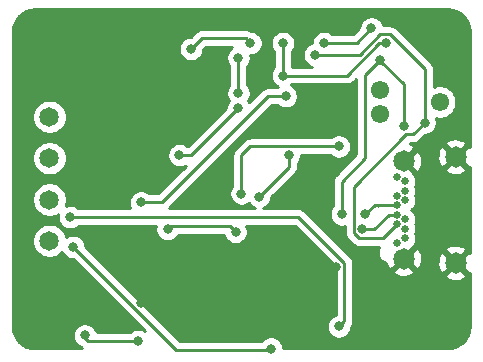
<source format=gbr>
%TF.GenerationSoftware,KiCad,Pcbnew,(5.1.10)-1*%
%TF.CreationDate,2021-09-16T11:14:36+02:00*%
%TF.ProjectId,ThermoDeviceLogger,54686572-6d6f-4446-9576-6963654c6f67,rev?*%
%TF.SameCoordinates,Original*%
%TF.FileFunction,Copper,L2,Bot*%
%TF.FilePolarity,Positive*%
%FSLAX46Y46*%
G04 Gerber Fmt 4.6, Leading zero omitted, Abs format (unit mm)*
G04 Created by KiCad (PCBNEW (5.1.10)-1) date 2021-09-16 11:14:36*
%MOMM*%
%LPD*%
G01*
G04 APERTURE LIST*
%TA.AperFunction,ComponentPad*%
%ADD10C,1.650000*%
%TD*%
%TA.AperFunction,ComponentPad*%
%ADD11C,1.550000*%
%TD*%
%TA.AperFunction,ComponentPad*%
%ADD12C,1.815000*%
%TD*%
%TA.AperFunction,ComponentPad*%
%ADD13C,0.650000*%
%TD*%
%TA.AperFunction,ViaPad*%
%ADD14C,3.750000*%
%TD*%
%TA.AperFunction,ViaPad*%
%ADD15C,0.800000*%
%TD*%
%TA.AperFunction,Conductor*%
%ADD16C,0.250000*%
%TD*%
%TA.AperFunction,Conductor*%
%ADD17C,0.254000*%
%TD*%
%TA.AperFunction,Conductor*%
%ADD18C,0.100000*%
%TD*%
G04 APERTURE END LIST*
D10*
%TO.P,J3,4*%
%TO.N,/ThermoCouple Modules/T-tcm2*%
X88750000Y-72750000D03*
%TO.P,J3,3*%
%TO.N,/ThermoCouple Modules/T+tcm2*%
X88750000Y-69250000D03*
%TO.P,J3,2*%
%TO.N,/ThermoCouple Modules/T-tcm1*%
X88750000Y-65750000D03*
%TO.P,J3,1*%
%TO.N,/ThermoCouple Modules/T+tcm1*%
X88750000Y-62250000D03*
%TD*%
D11*
%TO.P,J2,9*%
%TO.N,N/C*%
X116710000Y-59984000D03*
%TO.P,J2,8*%
X116710000Y-62016000D03*
%TO.P,J2,7*%
X121790000Y-61000000D03*
%TD*%
D12*
%TO.P,J1,MH4*%
%TO.N,GND*%
X118750000Y-65990000D03*
%TO.P,J1,MH3*%
X123140000Y-65630000D03*
%TO.P,J1,MH2*%
X123140000Y-74610000D03*
%TO.P,J1,MH1*%
X118750000Y-74250000D03*
D13*
%TO.P,J1,B12*%
%TO.N,Net-(J1-PadB12)*%
X118150000Y-72920000D03*
%TO.P,J1,B11*%
%TO.N,Net-(J1-PadB11)*%
X118850000Y-72520000D03*
%TO.P,J1,B10*%
%TO.N,Net-(J1-PadB10)*%
X118850000Y-71720000D03*
%TO.P,J1,B9*%
%TO.N,+5V*%
X118150000Y-71320000D03*
%TO.P,J1,B8*%
%TO.N,Net-(J1-PadB8)*%
X118850000Y-70920000D03*
%TO.P,J1,B7*%
%TO.N,/PGC*%
X118150000Y-70520000D03*
%TO.P,J1,B6*%
%TO.N,/PGD*%
X118150000Y-69720000D03*
%TO.P,J1,B5*%
%TO.N,Net-(J1-PadB5)*%
X118850000Y-69320000D03*
%TO.P,J1,B4*%
%TO.N,Net-(J1-PadB4)*%
X118150000Y-68920000D03*
%TO.P,J1,B3*%
%TO.N,Net-(J1-PadB3)*%
X118850000Y-68520000D03*
%TO.P,J1,B2*%
%TO.N,Net-(J1-PadB2)*%
X118850000Y-67720000D03*
%TO.P,J1,B1*%
%TO.N,GND*%
X118150000Y-67320000D03*
%TD*%
D14*
%TO.N,GND*%
X122000000Y-55500000D03*
X122000000Y-79500000D03*
X88000000Y-79500000D03*
X88000000Y-55500000D03*
D15*
X96512653Y-77987347D03*
X101500000Y-76250000D03*
X105500000Y-76500000D03*
X113000000Y-75000000D03*
X94500000Y-79000000D03*
%TO.N,+5V*%
X120520000Y-62730000D03*
X111250000Y-57000000D03*
X105750000Y-56000000D03*
X100750000Y-56500000D03*
%TO.N,Net-(C4-Pad2)*%
X112000000Y-56000000D03*
X116000000Y-54750000D03*
%TO.N,/Cyrstal1*%
X104750000Y-57250000D03*
X104750000Y-60250000D03*
%TO.N,/CS_1*%
X108750000Y-60500000D03*
X96500000Y-69500000D03*
%TO.N,/CS_2*%
X109000000Y-65500000D03*
X106500000Y-69000000D03*
%TO.N,/SCK*%
X105000000Y-68750000D03*
X113250000Y-64750000D03*
%TO.N,/ThermoCouple Modules/T+tcm2*%
X90500000Y-70750000D03*
X113250000Y-80000000D03*
%TO.N,/ThermoCouple Modules/T-tcm2*%
X90750000Y-73250000D03*
X107500000Y-81875000D03*
%TO.N,/MISO*%
X104500000Y-72000000D03*
X98750000Y-71750000D03*
%TO.N,/PGC*%
X115250000Y-71750000D03*
%TO.N,/PGD*%
X118750000Y-63000000D03*
X116767415Y-57459836D03*
X115500000Y-70500000D03*
X113500000Y-70500000D03*
%TO.N,/MCLR*%
X117250000Y-56000000D03*
X108500000Y-58750000D03*
X108500000Y-56000000D03*
%TO.N,/ThermoCouple Modules/T-tcm1*%
X96250000Y-81250000D03*
X91750000Y-80750000D03*
%TO.N,Net-(R2-Pad1)*%
X104750000Y-61500000D03*
X99750000Y-65500000D03*
%TD*%
D16*
%TO.N,GND*%
X96512653Y-77987347D02*
X98250000Y-76250000D01*
X98250000Y-76250000D02*
X101500000Y-76250000D01*
X101500000Y-76250000D02*
X105250000Y-76250000D01*
X105250000Y-76250000D02*
X105500000Y-76500000D01*
X105500000Y-76500000D02*
X106500000Y-76500000D01*
X106500000Y-76500000D02*
X108000000Y-75000000D01*
X108000000Y-75000000D02*
X108750000Y-75000000D01*
X108750000Y-75000000D02*
X113000000Y-75000000D01*
X88000000Y-79500000D02*
X94000000Y-79500000D01*
X94000000Y-79500000D02*
X94500000Y-79000000D01*
%TO.N,+5V*%
X117598001Y-55274999D02*
X116725001Y-55274999D01*
X120520000Y-58196998D02*
X117598001Y-55274999D01*
X120520000Y-62730000D02*
X120520000Y-58196998D01*
X116725001Y-55274999D02*
X115000000Y-57000000D01*
X115000000Y-57000000D02*
X111250000Y-57000000D01*
X105350001Y-55600001D02*
X101649999Y-55600001D01*
X105750000Y-56000000D02*
X105350001Y-55600001D01*
X101649999Y-55600001D02*
X100750000Y-56500000D01*
X119524999Y-63725001D02*
X120520000Y-62730000D01*
X114524999Y-68162999D02*
X118962997Y-63725001D01*
X118962997Y-63725001D02*
X119524999Y-63725001D01*
X114524999Y-72098001D02*
X114524999Y-68162999D01*
X114926998Y-72500000D02*
X114524999Y-72098001D01*
X116970000Y-72500000D02*
X114926998Y-72500000D01*
X118150000Y-71320000D02*
X116970000Y-72500000D01*
%TO.N,Net-(C4-Pad2)*%
X112000000Y-56000000D02*
X114500000Y-56000000D01*
X114750000Y-56000000D02*
X116000000Y-54750000D01*
X114500000Y-56000000D02*
X114750000Y-56000000D01*
%TO.N,/Cyrstal1*%
X104750000Y-57250000D02*
X104750000Y-60250000D01*
%TO.N,/CS_1*%
X108750000Y-60500000D02*
X107250000Y-60500000D01*
X107250000Y-60500000D02*
X98250000Y-69500000D01*
X98250000Y-69500000D02*
X96500000Y-69500000D01*
%TO.N,/CS_2*%
X109000000Y-65500000D02*
X109000000Y-66500000D01*
X109000000Y-66500000D02*
X106500000Y-69000000D01*
%TO.N,/SCK*%
X105000000Y-68750000D02*
X105000000Y-65500000D01*
X105000000Y-65500000D02*
X105250000Y-65250000D01*
X105250000Y-65250000D02*
X105750000Y-64750000D01*
X105750000Y-64750000D02*
X113250000Y-64750000D01*
%TO.N,/ThermoCouple Modules/T+tcm2*%
X113725001Y-79524999D02*
X113250000Y-80000000D01*
X113725001Y-74651999D02*
X113725001Y-79524999D01*
X109823002Y-70750000D02*
X113725001Y-74651999D01*
X90500000Y-70750000D02*
X109823002Y-70750000D01*
%TO.N,/ThermoCouple Modules/T-tcm2*%
X90750000Y-73250000D02*
X99500000Y-82000000D01*
X107375000Y-82000000D02*
X107500000Y-81875000D01*
X99500000Y-82000000D02*
X107375000Y-82000000D01*
%TO.N,/MISO*%
X104500000Y-72000000D02*
X104000000Y-71500000D01*
X99000000Y-71500000D02*
X98750000Y-71750000D01*
X104000000Y-71500000D02*
X99000000Y-71500000D01*
%TO.N,/PGC*%
X118150000Y-70520000D02*
X117480000Y-70520000D01*
X117480000Y-70520000D02*
X116250000Y-71750000D01*
X116250000Y-71750000D02*
X115250000Y-71750000D01*
%TO.N,/PGD*%
X118750000Y-63000000D02*
X118750000Y-59500000D01*
X116767415Y-57517415D02*
X116767415Y-57459836D01*
X118750000Y-59500000D02*
X116767415Y-57517415D01*
X118150000Y-69720000D02*
X116530000Y-69720000D01*
X116530000Y-69720000D02*
X116530000Y-69780000D01*
X116530000Y-69720000D02*
X116280000Y-69720000D01*
X116280000Y-69720000D02*
X115500000Y-70500000D01*
X115500000Y-58727251D02*
X116767415Y-57459836D01*
X115500000Y-65750000D02*
X115500000Y-58727251D01*
X113500000Y-67750000D02*
X115500000Y-65750000D01*
X113500000Y-70500000D02*
X113500000Y-67750000D01*
%TO.N,/MCLR*%
X116684315Y-56000000D02*
X113934315Y-58750000D01*
X117250000Y-56000000D02*
X116684315Y-56000000D01*
X113934315Y-58750000D02*
X108500000Y-58750000D01*
X108500000Y-56000000D02*
X108500000Y-58750000D01*
%TO.N,/ThermoCouple Modules/T-tcm1*%
X96250000Y-81250000D02*
X92000000Y-81250000D01*
X92000000Y-81250000D02*
X91750000Y-81000000D01*
X91750000Y-81000000D02*
X91750000Y-80750000D01*
%TO.N,Net-(R2-Pad1)*%
X104750000Y-61500000D02*
X100750000Y-65500000D01*
X100750000Y-65500000D02*
X99750000Y-65500000D01*
%TD*%
D17*
%TO.N,GND*%
X122856775Y-53198147D02*
X123199967Y-53301763D01*
X123516489Y-53470062D01*
X123794299Y-53696637D01*
X124022806Y-53972856D01*
X124193310Y-54288197D01*
X124299319Y-54630656D01*
X124340000Y-55017712D01*
X124340000Y-64783496D01*
X124209431Y-64740174D01*
X123319605Y-65630000D01*
X124209431Y-66519826D01*
X124340000Y-66476504D01*
X124340001Y-73763496D01*
X124209431Y-73720174D01*
X123319605Y-74610000D01*
X124209431Y-75499826D01*
X124340001Y-75456504D01*
X124340001Y-79967711D01*
X124301853Y-80356776D01*
X124198238Y-80699964D01*
X124029939Y-81016489D01*
X123803365Y-81294296D01*
X123527146Y-81522805D01*
X123211803Y-81693310D01*
X122869344Y-81799319D01*
X122482288Y-81840000D01*
X108535000Y-81840000D01*
X108535000Y-81773061D01*
X108495226Y-81573102D01*
X108417205Y-81384744D01*
X108303937Y-81215226D01*
X108159774Y-81071063D01*
X107990256Y-80957795D01*
X107801898Y-80879774D01*
X107601939Y-80840000D01*
X107398061Y-80840000D01*
X107198102Y-80879774D01*
X107009744Y-80957795D01*
X106840226Y-81071063D01*
X106696063Y-81215226D01*
X106679510Y-81240000D01*
X99814802Y-81240000D01*
X91785000Y-73210199D01*
X91785000Y-73148061D01*
X91745226Y-72948102D01*
X91667205Y-72759744D01*
X91553937Y-72590226D01*
X91409774Y-72446063D01*
X91240256Y-72332795D01*
X91051898Y-72254774D01*
X90851939Y-72215000D01*
X90648061Y-72215000D01*
X90448102Y-72254774D01*
X90259744Y-72332795D01*
X90167832Y-72394209D01*
X90153893Y-72324134D01*
X90043835Y-72058431D01*
X89884056Y-71819304D01*
X89680696Y-71615944D01*
X89441569Y-71456165D01*
X89175866Y-71346107D01*
X88893797Y-71290000D01*
X88606203Y-71290000D01*
X88324134Y-71346107D01*
X88058431Y-71456165D01*
X87819304Y-71615944D01*
X87615944Y-71819304D01*
X87456165Y-72058431D01*
X87346107Y-72324134D01*
X87290000Y-72606203D01*
X87290000Y-72893797D01*
X87346107Y-73175866D01*
X87456165Y-73441569D01*
X87615944Y-73680696D01*
X87819304Y-73884056D01*
X88058431Y-74043835D01*
X88324134Y-74153893D01*
X88606203Y-74210000D01*
X88893797Y-74210000D01*
X89175866Y-74153893D01*
X89441569Y-74043835D01*
X89680696Y-73884056D01*
X89830364Y-73734388D01*
X89832795Y-73740256D01*
X89946063Y-73909774D01*
X90090226Y-74053937D01*
X90259744Y-74167205D01*
X90448102Y-74245226D01*
X90648061Y-74285000D01*
X90710199Y-74285000D01*
X96793710Y-80368512D01*
X96740256Y-80332795D01*
X96551898Y-80254774D01*
X96351939Y-80215000D01*
X96148061Y-80215000D01*
X95948102Y-80254774D01*
X95759744Y-80332795D01*
X95590226Y-80446063D01*
X95546289Y-80490000D01*
X92753560Y-80490000D01*
X92745226Y-80448102D01*
X92667205Y-80259744D01*
X92553937Y-80090226D01*
X92409774Y-79946063D01*
X92240256Y-79832795D01*
X92051898Y-79754774D01*
X91851939Y-79715000D01*
X91648061Y-79715000D01*
X91448102Y-79754774D01*
X91259744Y-79832795D01*
X91090226Y-79946063D01*
X90946063Y-80090226D01*
X90832795Y-80259744D01*
X90754774Y-80448102D01*
X90715000Y-80648061D01*
X90715000Y-80851939D01*
X90754774Y-81051898D01*
X90832795Y-81240256D01*
X90946063Y-81409774D01*
X91090226Y-81553937D01*
X91259744Y-81667205D01*
X91400853Y-81725655D01*
X91436200Y-81761002D01*
X91459999Y-81790001D01*
X91520923Y-81840000D01*
X87532279Y-81840000D01*
X87143224Y-81801853D01*
X86800036Y-81698238D01*
X86483511Y-81529939D01*
X86205704Y-81303365D01*
X85977195Y-81027146D01*
X85806690Y-80711803D01*
X85700681Y-80369344D01*
X85660000Y-79982288D01*
X85660000Y-69106203D01*
X87290000Y-69106203D01*
X87290000Y-69393797D01*
X87346107Y-69675866D01*
X87456165Y-69941569D01*
X87615944Y-70180696D01*
X87819304Y-70384056D01*
X88058431Y-70543835D01*
X88324134Y-70653893D01*
X88606203Y-70710000D01*
X88893797Y-70710000D01*
X89175866Y-70653893D01*
X89441569Y-70543835D01*
X89492501Y-70509804D01*
X89465000Y-70648061D01*
X89465000Y-70851939D01*
X89504774Y-71051898D01*
X89582795Y-71240256D01*
X89696063Y-71409774D01*
X89840226Y-71553937D01*
X90009744Y-71667205D01*
X90198102Y-71745226D01*
X90398061Y-71785000D01*
X90601939Y-71785000D01*
X90801898Y-71745226D01*
X90990256Y-71667205D01*
X91159774Y-71553937D01*
X91203711Y-71510000D01*
X97742462Y-71510000D01*
X97715000Y-71648061D01*
X97715000Y-71851939D01*
X97754774Y-72051898D01*
X97832795Y-72240256D01*
X97946063Y-72409774D01*
X98090226Y-72553937D01*
X98259744Y-72667205D01*
X98448102Y-72745226D01*
X98648061Y-72785000D01*
X98851939Y-72785000D01*
X99051898Y-72745226D01*
X99240256Y-72667205D01*
X99409774Y-72553937D01*
X99553937Y-72409774D01*
X99654013Y-72260000D01*
X103496440Y-72260000D01*
X103504774Y-72301898D01*
X103582795Y-72490256D01*
X103696063Y-72659774D01*
X103840226Y-72803937D01*
X104009744Y-72917205D01*
X104198102Y-72995226D01*
X104398061Y-73035000D01*
X104601939Y-73035000D01*
X104801898Y-72995226D01*
X104990256Y-72917205D01*
X105159774Y-72803937D01*
X105303937Y-72659774D01*
X105417205Y-72490256D01*
X105495226Y-72301898D01*
X105535000Y-72101939D01*
X105535000Y-71898061D01*
X105495226Y-71698102D01*
X105417311Y-71510000D01*
X109508201Y-71510000D01*
X112965001Y-74966801D01*
X112965002Y-79001412D01*
X112948102Y-79004774D01*
X112759744Y-79082795D01*
X112590226Y-79196063D01*
X112446063Y-79340226D01*
X112332795Y-79509744D01*
X112254774Y-79698102D01*
X112215000Y-79898061D01*
X112215000Y-80101939D01*
X112254774Y-80301898D01*
X112332795Y-80490256D01*
X112446063Y-80659774D01*
X112590226Y-80803937D01*
X112759744Y-80917205D01*
X112948102Y-80995226D01*
X113148061Y-81035000D01*
X113351939Y-81035000D01*
X113551898Y-80995226D01*
X113740256Y-80917205D01*
X113909774Y-80803937D01*
X114053937Y-80659774D01*
X114167205Y-80490256D01*
X114245226Y-80301898D01*
X114285000Y-80101939D01*
X114285000Y-80040632D01*
X114359975Y-79949275D01*
X114430547Y-79817246D01*
X114474004Y-79673985D01*
X114485001Y-79562332D01*
X114485001Y-79562322D01*
X114488677Y-79524999D01*
X114485001Y-79487676D01*
X114485001Y-75319431D01*
X117860174Y-75319431D01*
X117944764Y-75574378D01*
X118218609Y-75706025D01*
X118512876Y-75781716D01*
X118816256Y-75798545D01*
X119117089Y-75755865D01*
X119335044Y-75679431D01*
X122250174Y-75679431D01*
X122334764Y-75934378D01*
X122608609Y-76066025D01*
X122902876Y-76141716D01*
X123206256Y-76158545D01*
X123507089Y-76115865D01*
X123793815Y-76015314D01*
X123945236Y-75934378D01*
X124029826Y-75679431D01*
X123140000Y-74789605D01*
X122250174Y-75679431D01*
X119335044Y-75679431D01*
X119403815Y-75655314D01*
X119555236Y-75574378D01*
X119639826Y-75319431D01*
X118750000Y-74429605D01*
X117860174Y-75319431D01*
X114485001Y-75319431D01*
X114485001Y-74689322D01*
X114488677Y-74651999D01*
X114485001Y-74614676D01*
X114485001Y-74614666D01*
X114474004Y-74503013D01*
X114430547Y-74359752D01*
X114390591Y-74285000D01*
X114359975Y-74227722D01*
X114288800Y-74140996D01*
X114265002Y-74111998D01*
X114236005Y-74088201D01*
X110386806Y-70239003D01*
X110363003Y-70209999D01*
X110247278Y-70115026D01*
X110115249Y-70044454D01*
X109971988Y-70000997D01*
X109860335Y-69990000D01*
X109860324Y-69990000D01*
X109823002Y-69986324D01*
X109785680Y-69990000D01*
X106814515Y-69990000D01*
X106990256Y-69917205D01*
X107159774Y-69803937D01*
X107303937Y-69659774D01*
X107417205Y-69490256D01*
X107495226Y-69301898D01*
X107535000Y-69101939D01*
X107535000Y-69039801D01*
X109511003Y-67063799D01*
X109540001Y-67040001D01*
X109572011Y-67000997D01*
X109634974Y-66924277D01*
X109705546Y-66792247D01*
X109715328Y-66760000D01*
X109749003Y-66648986D01*
X109760000Y-66537333D01*
X109760000Y-66537323D01*
X109763676Y-66500000D01*
X109760000Y-66462677D01*
X109760000Y-66203711D01*
X109803937Y-66159774D01*
X109917205Y-65990256D01*
X109995226Y-65801898D01*
X110035000Y-65601939D01*
X110035000Y-65510000D01*
X112546289Y-65510000D01*
X112590226Y-65553937D01*
X112759744Y-65667205D01*
X112948102Y-65745226D01*
X113148061Y-65785000D01*
X113351939Y-65785000D01*
X113551898Y-65745226D01*
X113740256Y-65667205D01*
X113909774Y-65553937D01*
X114053937Y-65409774D01*
X114167205Y-65240256D01*
X114245226Y-65051898D01*
X114285000Y-64851939D01*
X114285000Y-64648061D01*
X114245226Y-64448102D01*
X114167205Y-64259744D01*
X114053937Y-64090226D01*
X113909774Y-63946063D01*
X113740256Y-63832795D01*
X113551898Y-63754774D01*
X113351939Y-63715000D01*
X113148061Y-63715000D01*
X112948102Y-63754774D01*
X112759744Y-63832795D01*
X112590226Y-63946063D01*
X112546289Y-63990000D01*
X105787325Y-63990000D01*
X105750000Y-63986324D01*
X105712675Y-63990000D01*
X105712667Y-63990000D01*
X105601014Y-64000997D01*
X105457753Y-64044454D01*
X105325724Y-64115026D01*
X105209999Y-64209999D01*
X105186196Y-64239003D01*
X104739003Y-64686196D01*
X104738997Y-64686201D01*
X104488997Y-64936202D01*
X104460000Y-64959999D01*
X104436202Y-64988997D01*
X104436201Y-64988998D01*
X104365026Y-65075724D01*
X104294454Y-65207754D01*
X104250998Y-65351015D01*
X104236324Y-65500000D01*
X104240001Y-65537332D01*
X104240000Y-68046289D01*
X104196063Y-68090226D01*
X104082795Y-68259744D01*
X104004774Y-68448102D01*
X103965000Y-68648061D01*
X103965000Y-68851939D01*
X104004774Y-69051898D01*
X104082795Y-69240256D01*
X104196063Y-69409774D01*
X104340226Y-69553937D01*
X104509744Y-69667205D01*
X104698102Y-69745226D01*
X104898061Y-69785000D01*
X105101939Y-69785000D01*
X105301898Y-69745226D01*
X105490256Y-69667205D01*
X105635972Y-69569841D01*
X105696063Y-69659774D01*
X105840226Y-69803937D01*
X106009744Y-69917205D01*
X106185485Y-69990000D01*
X98834801Y-69990000D01*
X107564802Y-61260000D01*
X108046289Y-61260000D01*
X108090226Y-61303937D01*
X108259744Y-61417205D01*
X108448102Y-61495226D01*
X108648061Y-61535000D01*
X108851939Y-61535000D01*
X109051898Y-61495226D01*
X109240256Y-61417205D01*
X109409774Y-61303937D01*
X109553937Y-61159774D01*
X109667205Y-60990256D01*
X109745226Y-60801898D01*
X109785000Y-60601939D01*
X109785000Y-60398061D01*
X109745226Y-60198102D01*
X109667205Y-60009744D01*
X109553937Y-59840226D01*
X109409774Y-59696063D01*
X109240256Y-59582795D01*
X109162941Y-59550770D01*
X109203711Y-59510000D01*
X113896993Y-59510000D01*
X113934315Y-59513676D01*
X113971637Y-59510000D01*
X113971648Y-59510000D01*
X114083301Y-59499003D01*
X114226562Y-59455546D01*
X114358591Y-59384974D01*
X114474316Y-59290001D01*
X114498119Y-59260997D01*
X114740001Y-59019115D01*
X114740000Y-65435198D01*
X112988998Y-67186201D01*
X112960000Y-67209999D01*
X112936202Y-67238997D01*
X112936201Y-67238998D01*
X112865026Y-67325724D01*
X112794454Y-67457754D01*
X112769947Y-67538545D01*
X112750998Y-67601014D01*
X112745977Y-67651997D01*
X112736324Y-67750000D01*
X112740001Y-67787332D01*
X112740000Y-69796289D01*
X112696063Y-69840226D01*
X112582795Y-70009744D01*
X112504774Y-70198102D01*
X112465000Y-70398061D01*
X112465000Y-70601939D01*
X112504774Y-70801898D01*
X112582795Y-70990256D01*
X112696063Y-71159774D01*
X112840226Y-71303937D01*
X113009744Y-71417205D01*
X113198102Y-71495226D01*
X113398061Y-71535000D01*
X113601939Y-71535000D01*
X113764999Y-71502566D01*
X113764999Y-72060678D01*
X113761323Y-72098001D01*
X113764999Y-72135323D01*
X113764999Y-72135333D01*
X113775996Y-72246986D01*
X113819453Y-72390247D01*
X113890025Y-72522277D01*
X113916008Y-72553937D01*
X113984998Y-72638002D01*
X114014001Y-72661804D01*
X114363198Y-73011002D01*
X114386997Y-73040001D01*
X114502722Y-73134974D01*
X114634751Y-73205546D01*
X114778012Y-73249003D01*
X114889665Y-73260000D01*
X114889674Y-73260000D01*
X114926997Y-73263676D01*
X114964320Y-73260000D01*
X116652780Y-73260000D01*
X116649259Y-73265269D01*
X116576892Y-73439978D01*
X116540000Y-73625448D01*
X116540000Y-73814552D01*
X116576892Y-74000022D01*
X116649259Y-74174731D01*
X116754319Y-74331964D01*
X116888036Y-74465681D01*
X117045269Y-74570741D01*
X117219978Y-74643108D01*
X117255755Y-74650224D01*
X117344686Y-74903815D01*
X117425622Y-75055236D01*
X117680569Y-75139826D01*
X118570395Y-74250000D01*
X118929605Y-74250000D01*
X119819431Y-75139826D01*
X120074378Y-75055236D01*
X120206025Y-74781391D01*
X120233067Y-74676256D01*
X121591455Y-74676256D01*
X121634135Y-74977089D01*
X121734686Y-75263815D01*
X121815622Y-75415236D01*
X122070569Y-75499826D01*
X122960395Y-74610000D01*
X122070569Y-73720174D01*
X121815622Y-73804764D01*
X121683975Y-74078609D01*
X121608284Y-74372876D01*
X121591455Y-74676256D01*
X120233067Y-74676256D01*
X120281716Y-74487124D01*
X120298545Y-74183744D01*
X120255865Y-73882911D01*
X120155314Y-73596185D01*
X120125587Y-73540569D01*
X122250174Y-73540569D01*
X123140000Y-74430395D01*
X124029826Y-73540569D01*
X123945236Y-73285622D01*
X123671391Y-73153975D01*
X123377124Y-73078284D01*
X123073744Y-73061455D01*
X122772911Y-73104135D01*
X122486185Y-73204686D01*
X122334764Y-73285622D01*
X122250174Y-73540569D01*
X120125587Y-73540569D01*
X120074378Y-73444764D01*
X119819431Y-73360174D01*
X118929605Y-74250000D01*
X118570395Y-74250000D01*
X118556253Y-74235858D01*
X118735858Y-74056253D01*
X118750000Y-74070395D01*
X119639826Y-73180569D01*
X119614403Y-73103945D01*
X119700741Y-72974731D01*
X119773108Y-72800022D01*
X119810000Y-72614552D01*
X119810000Y-72425448D01*
X119773108Y-72239978D01*
X119723411Y-72120000D01*
X119773108Y-72000022D01*
X119810000Y-71814552D01*
X119810000Y-71625448D01*
X119773108Y-71439978D01*
X119723411Y-71320000D01*
X119773108Y-71200022D01*
X119810000Y-71014552D01*
X119810000Y-70825448D01*
X119773108Y-70639978D01*
X119700741Y-70465269D01*
X119595681Y-70308036D01*
X119461964Y-70174319D01*
X119380670Y-70120000D01*
X119461964Y-70065681D01*
X119595681Y-69931964D01*
X119700741Y-69774731D01*
X119773108Y-69600022D01*
X119810000Y-69414552D01*
X119810000Y-69225448D01*
X119773108Y-69039978D01*
X119723411Y-68920000D01*
X119773108Y-68800022D01*
X119810000Y-68614552D01*
X119810000Y-68425448D01*
X119773108Y-68239978D01*
X119723411Y-68120000D01*
X119773108Y-68000022D01*
X119810000Y-67814552D01*
X119810000Y-67625448D01*
X119773108Y-67439978D01*
X119700741Y-67265269D01*
X119614403Y-67136055D01*
X119639826Y-67059431D01*
X118750000Y-66169605D01*
X118735858Y-66183748D01*
X118624139Y-66072029D01*
X118590161Y-65990000D01*
X118929605Y-65990000D01*
X119819431Y-66879826D01*
X120074378Y-66795236D01*
X120120434Y-66699431D01*
X122250174Y-66699431D01*
X122334764Y-66954378D01*
X122608609Y-67086025D01*
X122902876Y-67161716D01*
X123206256Y-67178545D01*
X123507089Y-67135865D01*
X123793815Y-67035314D01*
X123945236Y-66954378D01*
X124029826Y-66699431D01*
X123140000Y-65809605D01*
X122250174Y-66699431D01*
X120120434Y-66699431D01*
X120206025Y-66521391D01*
X120281716Y-66227124D01*
X120298545Y-65923744D01*
X120266271Y-65696256D01*
X121591455Y-65696256D01*
X121634135Y-65997089D01*
X121734686Y-66283815D01*
X121815622Y-66435236D01*
X122070569Y-66519826D01*
X122960395Y-65630000D01*
X122070569Y-64740174D01*
X121815622Y-64824764D01*
X121683975Y-65098609D01*
X121608284Y-65392876D01*
X121591455Y-65696256D01*
X120266271Y-65696256D01*
X120255865Y-65622911D01*
X120155314Y-65336185D01*
X120074378Y-65184764D01*
X119819431Y-65100174D01*
X118929605Y-65990000D01*
X118590161Y-65990000D01*
X118576087Y-65956023D01*
X118735858Y-65796253D01*
X118750000Y-65810395D01*
X119639826Y-64920569D01*
X119555236Y-64665622D01*
X119336711Y-64560569D01*
X122250174Y-64560569D01*
X123140000Y-65450395D01*
X124029826Y-64560569D01*
X123945236Y-64305622D01*
X123671391Y-64173975D01*
X123377124Y-64098284D01*
X123073744Y-64081455D01*
X122772911Y-64124135D01*
X122486185Y-64224686D01*
X122334764Y-64305622D01*
X122250174Y-64560569D01*
X119336711Y-64560569D01*
X119281391Y-64533975D01*
X119239580Y-64523220D01*
X119277799Y-64485001D01*
X119487677Y-64485001D01*
X119524999Y-64488677D01*
X119562321Y-64485001D01*
X119562332Y-64485001D01*
X119673985Y-64474004D01*
X119817246Y-64430547D01*
X119949275Y-64359975D01*
X120065000Y-64265002D01*
X120088803Y-64235999D01*
X120559801Y-63765000D01*
X120621939Y-63765000D01*
X120821898Y-63725226D01*
X121010256Y-63647205D01*
X121179774Y-63533937D01*
X121323937Y-63389774D01*
X121437205Y-63220256D01*
X121515226Y-63031898D01*
X121555000Y-62831939D01*
X121555000Y-62628061D01*
X121515226Y-62428102D01*
X121494852Y-62378915D01*
X121651127Y-62410000D01*
X121928873Y-62410000D01*
X122201282Y-62355814D01*
X122457885Y-62249525D01*
X122688822Y-62095218D01*
X122885218Y-61898822D01*
X123039525Y-61667885D01*
X123145814Y-61411282D01*
X123200000Y-61138873D01*
X123200000Y-60861127D01*
X123145814Y-60588718D01*
X123039525Y-60332115D01*
X122885218Y-60101178D01*
X122688822Y-59904782D01*
X122457885Y-59750475D01*
X122201282Y-59644186D01*
X121928873Y-59590000D01*
X121651127Y-59590000D01*
X121378718Y-59644186D01*
X121280000Y-59685077D01*
X121280000Y-58234331D01*
X121283677Y-58196998D01*
X121269003Y-58048012D01*
X121225546Y-57904751D01*
X121154974Y-57772722D01*
X121083799Y-57685995D01*
X121060001Y-57656997D01*
X121031003Y-57633199D01*
X118161805Y-54764002D01*
X118138002Y-54734998D01*
X118022277Y-54640025D01*
X117890248Y-54569453D01*
X117746987Y-54525996D01*
X117635334Y-54514999D01*
X117635323Y-54514999D01*
X117598001Y-54511323D01*
X117560679Y-54514999D01*
X117008533Y-54514999D01*
X116995226Y-54448102D01*
X116917205Y-54259744D01*
X116803937Y-54090226D01*
X116659774Y-53946063D01*
X116490256Y-53832795D01*
X116301898Y-53754774D01*
X116101939Y-53715000D01*
X115898061Y-53715000D01*
X115698102Y-53754774D01*
X115509744Y-53832795D01*
X115340226Y-53946063D01*
X115196063Y-54090226D01*
X115082795Y-54259744D01*
X115004774Y-54448102D01*
X114965000Y-54648061D01*
X114965000Y-54710198D01*
X114435199Y-55240000D01*
X112703711Y-55240000D01*
X112659774Y-55196063D01*
X112490256Y-55082795D01*
X112301898Y-55004774D01*
X112101939Y-54965000D01*
X111898061Y-54965000D01*
X111698102Y-55004774D01*
X111509744Y-55082795D01*
X111340226Y-55196063D01*
X111196063Y-55340226D01*
X111082795Y-55509744D01*
X111004774Y-55698102D01*
X110965000Y-55898061D01*
X110965000Y-56001413D01*
X110948102Y-56004774D01*
X110759744Y-56082795D01*
X110590226Y-56196063D01*
X110446063Y-56340226D01*
X110332795Y-56509744D01*
X110254774Y-56698102D01*
X110215000Y-56898061D01*
X110215000Y-57101939D01*
X110254774Y-57301898D01*
X110332795Y-57490256D01*
X110446063Y-57659774D01*
X110590226Y-57803937D01*
X110759744Y-57917205D01*
X110935485Y-57990000D01*
X109260000Y-57990000D01*
X109260000Y-56703711D01*
X109303937Y-56659774D01*
X109417205Y-56490256D01*
X109495226Y-56301898D01*
X109535000Y-56101939D01*
X109535000Y-55898061D01*
X109495226Y-55698102D01*
X109417205Y-55509744D01*
X109303937Y-55340226D01*
X109159774Y-55196063D01*
X108990256Y-55082795D01*
X108801898Y-55004774D01*
X108601939Y-54965000D01*
X108398061Y-54965000D01*
X108198102Y-55004774D01*
X108009744Y-55082795D01*
X107840226Y-55196063D01*
X107696063Y-55340226D01*
X107582795Y-55509744D01*
X107504774Y-55698102D01*
X107465000Y-55898061D01*
X107465000Y-56101939D01*
X107504774Y-56301898D01*
X107582795Y-56490256D01*
X107696063Y-56659774D01*
X107740000Y-56703711D01*
X107740001Y-58046288D01*
X107696063Y-58090226D01*
X107582795Y-58259744D01*
X107504774Y-58448102D01*
X107465000Y-58648061D01*
X107465000Y-58851939D01*
X107504774Y-59051898D01*
X107582795Y-59240256D01*
X107696063Y-59409774D01*
X107840226Y-59553937D01*
X108009744Y-59667205D01*
X108087059Y-59699230D01*
X108046289Y-59740000D01*
X107287322Y-59740000D01*
X107249999Y-59736324D01*
X107212676Y-59740000D01*
X107212667Y-59740000D01*
X107101014Y-59750997D01*
X106965032Y-59792246D01*
X106957753Y-59794454D01*
X106825723Y-59865026D01*
X106742083Y-59933668D01*
X106709999Y-59959999D01*
X106686201Y-59988997D01*
X105666504Y-61008694D01*
X105577172Y-60875000D01*
X105667205Y-60740256D01*
X105745226Y-60551898D01*
X105785000Y-60351939D01*
X105785000Y-60148061D01*
X105745226Y-59948102D01*
X105667205Y-59759744D01*
X105553937Y-59590226D01*
X105510000Y-59546289D01*
X105510000Y-57953711D01*
X105553937Y-57909774D01*
X105667205Y-57740256D01*
X105745226Y-57551898D01*
X105785000Y-57351939D01*
X105785000Y-57148061D01*
X105762511Y-57035000D01*
X105851939Y-57035000D01*
X106051898Y-56995226D01*
X106240256Y-56917205D01*
X106409774Y-56803937D01*
X106553937Y-56659774D01*
X106667205Y-56490256D01*
X106745226Y-56301898D01*
X106785000Y-56101939D01*
X106785000Y-55898061D01*
X106745226Y-55698102D01*
X106667205Y-55509744D01*
X106553937Y-55340226D01*
X106409774Y-55196063D01*
X106240256Y-55082795D01*
X106051898Y-55004774D01*
X105851939Y-54965000D01*
X105774226Y-54965000D01*
X105642248Y-54894455D01*
X105498987Y-54850998D01*
X105387334Y-54840001D01*
X105387323Y-54840001D01*
X105350001Y-54836325D01*
X105312679Y-54840001D01*
X101687324Y-54840001D01*
X101649999Y-54836325D01*
X101612674Y-54840001D01*
X101612666Y-54840001D01*
X101501013Y-54850998D01*
X101357752Y-54894455D01*
X101225723Y-54965027D01*
X101109998Y-55060000D01*
X101086200Y-55088998D01*
X100710198Y-55465000D01*
X100648061Y-55465000D01*
X100448102Y-55504774D01*
X100259744Y-55582795D01*
X100090226Y-55696063D01*
X99946063Y-55840226D01*
X99832795Y-56009744D01*
X99754774Y-56198102D01*
X99715000Y-56398061D01*
X99715000Y-56601939D01*
X99754774Y-56801898D01*
X99832795Y-56990256D01*
X99946063Y-57159774D01*
X100090226Y-57303937D01*
X100259744Y-57417205D01*
X100448102Y-57495226D01*
X100648061Y-57535000D01*
X100851939Y-57535000D01*
X101051898Y-57495226D01*
X101240256Y-57417205D01*
X101409774Y-57303937D01*
X101553937Y-57159774D01*
X101667205Y-56990256D01*
X101745226Y-56801898D01*
X101785000Y-56601939D01*
X101785000Y-56539802D01*
X101964801Y-56360001D01*
X104219027Y-56360001D01*
X104090226Y-56446063D01*
X103946063Y-56590226D01*
X103832795Y-56759744D01*
X103754774Y-56948102D01*
X103715000Y-57148061D01*
X103715000Y-57351939D01*
X103754774Y-57551898D01*
X103832795Y-57740256D01*
X103946063Y-57909774D01*
X103990000Y-57953711D01*
X103990001Y-59546288D01*
X103946063Y-59590226D01*
X103832795Y-59759744D01*
X103754774Y-59948102D01*
X103715000Y-60148061D01*
X103715000Y-60351939D01*
X103754774Y-60551898D01*
X103832795Y-60740256D01*
X103922828Y-60875000D01*
X103832795Y-61009744D01*
X103754774Y-61198102D01*
X103715000Y-61398061D01*
X103715000Y-61460198D01*
X100444455Y-64730744D01*
X100409774Y-64696063D01*
X100240256Y-64582795D01*
X100051898Y-64504774D01*
X99851939Y-64465000D01*
X99648061Y-64465000D01*
X99448102Y-64504774D01*
X99259744Y-64582795D01*
X99090226Y-64696063D01*
X98946063Y-64840226D01*
X98832795Y-65009744D01*
X98754774Y-65198102D01*
X98715000Y-65398061D01*
X98715000Y-65601939D01*
X98754774Y-65801898D01*
X98832795Y-65990256D01*
X98946063Y-66159774D01*
X99090226Y-66303937D01*
X99259744Y-66417205D01*
X99448102Y-66495226D01*
X99648061Y-66535000D01*
X99851939Y-66535000D01*
X100051898Y-66495226D01*
X100240256Y-66417205D01*
X100293711Y-66381487D01*
X97935199Y-68740000D01*
X97203711Y-68740000D01*
X97159774Y-68696063D01*
X96990256Y-68582795D01*
X96801898Y-68504774D01*
X96601939Y-68465000D01*
X96398061Y-68465000D01*
X96198102Y-68504774D01*
X96009744Y-68582795D01*
X95840226Y-68696063D01*
X95696063Y-68840226D01*
X95582795Y-69009744D01*
X95504774Y-69198102D01*
X95465000Y-69398061D01*
X95465000Y-69601939D01*
X95504774Y-69801898D01*
X95582689Y-69990000D01*
X91203711Y-69990000D01*
X91159774Y-69946063D01*
X90990256Y-69832795D01*
X90801898Y-69754774D01*
X90601939Y-69715000D01*
X90398061Y-69715000D01*
X90198102Y-69754774D01*
X90105283Y-69793221D01*
X90153893Y-69675866D01*
X90210000Y-69393797D01*
X90210000Y-69106203D01*
X90153893Y-68824134D01*
X90043835Y-68558431D01*
X89884056Y-68319304D01*
X89680696Y-68115944D01*
X89441569Y-67956165D01*
X89175866Y-67846107D01*
X88893797Y-67790000D01*
X88606203Y-67790000D01*
X88324134Y-67846107D01*
X88058431Y-67956165D01*
X87819304Y-68115944D01*
X87615944Y-68319304D01*
X87456165Y-68558431D01*
X87346107Y-68824134D01*
X87290000Y-69106203D01*
X85660000Y-69106203D01*
X85660000Y-65606203D01*
X87290000Y-65606203D01*
X87290000Y-65893797D01*
X87346107Y-66175866D01*
X87456165Y-66441569D01*
X87615944Y-66680696D01*
X87819304Y-66884056D01*
X88058431Y-67043835D01*
X88324134Y-67153893D01*
X88606203Y-67210000D01*
X88893797Y-67210000D01*
X89175866Y-67153893D01*
X89441569Y-67043835D01*
X89680696Y-66884056D01*
X89884056Y-66680696D01*
X90043835Y-66441569D01*
X90153893Y-66175866D01*
X90210000Y-65893797D01*
X90210000Y-65606203D01*
X90153893Y-65324134D01*
X90043835Y-65058431D01*
X89884056Y-64819304D01*
X89680696Y-64615944D01*
X89441569Y-64456165D01*
X89175866Y-64346107D01*
X88893797Y-64290000D01*
X88606203Y-64290000D01*
X88324134Y-64346107D01*
X88058431Y-64456165D01*
X87819304Y-64615944D01*
X87615944Y-64819304D01*
X87456165Y-65058431D01*
X87346107Y-65324134D01*
X87290000Y-65606203D01*
X85660000Y-65606203D01*
X85660000Y-62106203D01*
X87290000Y-62106203D01*
X87290000Y-62393797D01*
X87346107Y-62675866D01*
X87456165Y-62941569D01*
X87615944Y-63180696D01*
X87819304Y-63384056D01*
X88058431Y-63543835D01*
X88324134Y-63653893D01*
X88606203Y-63710000D01*
X88893797Y-63710000D01*
X89175866Y-63653893D01*
X89441569Y-63543835D01*
X89680696Y-63384056D01*
X89884056Y-63180696D01*
X90043835Y-62941569D01*
X90153893Y-62675866D01*
X90210000Y-62393797D01*
X90210000Y-62106203D01*
X90153893Y-61824134D01*
X90043835Y-61558431D01*
X89884056Y-61319304D01*
X89680696Y-61115944D01*
X89441569Y-60956165D01*
X89175866Y-60846107D01*
X88893797Y-60790000D01*
X88606203Y-60790000D01*
X88324134Y-60846107D01*
X88058431Y-60956165D01*
X87819304Y-61115944D01*
X87615944Y-61319304D01*
X87456165Y-61558431D01*
X87346107Y-61824134D01*
X87290000Y-62106203D01*
X85660000Y-62106203D01*
X85660000Y-55032279D01*
X85698147Y-54643225D01*
X85801763Y-54300033D01*
X85970062Y-53983511D01*
X86196637Y-53705701D01*
X86472856Y-53477194D01*
X86788197Y-53306690D01*
X87130656Y-53200681D01*
X87517712Y-53160000D01*
X122467721Y-53160000D01*
X122856775Y-53198147D01*
%TA.AperFunction,Conductor*%
D18*
G36*
X122856775Y-53198147D02*
G01*
X123199967Y-53301763D01*
X123516489Y-53470062D01*
X123794299Y-53696637D01*
X124022806Y-53972856D01*
X124193310Y-54288197D01*
X124299319Y-54630656D01*
X124340000Y-55017712D01*
X124340000Y-64783496D01*
X124209431Y-64740174D01*
X123319605Y-65630000D01*
X124209431Y-66519826D01*
X124340000Y-66476504D01*
X124340001Y-73763496D01*
X124209431Y-73720174D01*
X123319605Y-74610000D01*
X124209431Y-75499826D01*
X124340001Y-75456504D01*
X124340001Y-79967711D01*
X124301853Y-80356776D01*
X124198238Y-80699964D01*
X124029939Y-81016489D01*
X123803365Y-81294296D01*
X123527146Y-81522805D01*
X123211803Y-81693310D01*
X122869344Y-81799319D01*
X122482288Y-81840000D01*
X108535000Y-81840000D01*
X108535000Y-81773061D01*
X108495226Y-81573102D01*
X108417205Y-81384744D01*
X108303937Y-81215226D01*
X108159774Y-81071063D01*
X107990256Y-80957795D01*
X107801898Y-80879774D01*
X107601939Y-80840000D01*
X107398061Y-80840000D01*
X107198102Y-80879774D01*
X107009744Y-80957795D01*
X106840226Y-81071063D01*
X106696063Y-81215226D01*
X106679510Y-81240000D01*
X99814802Y-81240000D01*
X91785000Y-73210199D01*
X91785000Y-73148061D01*
X91745226Y-72948102D01*
X91667205Y-72759744D01*
X91553937Y-72590226D01*
X91409774Y-72446063D01*
X91240256Y-72332795D01*
X91051898Y-72254774D01*
X90851939Y-72215000D01*
X90648061Y-72215000D01*
X90448102Y-72254774D01*
X90259744Y-72332795D01*
X90167832Y-72394209D01*
X90153893Y-72324134D01*
X90043835Y-72058431D01*
X89884056Y-71819304D01*
X89680696Y-71615944D01*
X89441569Y-71456165D01*
X89175866Y-71346107D01*
X88893797Y-71290000D01*
X88606203Y-71290000D01*
X88324134Y-71346107D01*
X88058431Y-71456165D01*
X87819304Y-71615944D01*
X87615944Y-71819304D01*
X87456165Y-72058431D01*
X87346107Y-72324134D01*
X87290000Y-72606203D01*
X87290000Y-72893797D01*
X87346107Y-73175866D01*
X87456165Y-73441569D01*
X87615944Y-73680696D01*
X87819304Y-73884056D01*
X88058431Y-74043835D01*
X88324134Y-74153893D01*
X88606203Y-74210000D01*
X88893797Y-74210000D01*
X89175866Y-74153893D01*
X89441569Y-74043835D01*
X89680696Y-73884056D01*
X89830364Y-73734388D01*
X89832795Y-73740256D01*
X89946063Y-73909774D01*
X90090226Y-74053937D01*
X90259744Y-74167205D01*
X90448102Y-74245226D01*
X90648061Y-74285000D01*
X90710199Y-74285000D01*
X96793710Y-80368512D01*
X96740256Y-80332795D01*
X96551898Y-80254774D01*
X96351939Y-80215000D01*
X96148061Y-80215000D01*
X95948102Y-80254774D01*
X95759744Y-80332795D01*
X95590226Y-80446063D01*
X95546289Y-80490000D01*
X92753560Y-80490000D01*
X92745226Y-80448102D01*
X92667205Y-80259744D01*
X92553937Y-80090226D01*
X92409774Y-79946063D01*
X92240256Y-79832795D01*
X92051898Y-79754774D01*
X91851939Y-79715000D01*
X91648061Y-79715000D01*
X91448102Y-79754774D01*
X91259744Y-79832795D01*
X91090226Y-79946063D01*
X90946063Y-80090226D01*
X90832795Y-80259744D01*
X90754774Y-80448102D01*
X90715000Y-80648061D01*
X90715000Y-80851939D01*
X90754774Y-81051898D01*
X90832795Y-81240256D01*
X90946063Y-81409774D01*
X91090226Y-81553937D01*
X91259744Y-81667205D01*
X91400853Y-81725655D01*
X91436200Y-81761002D01*
X91459999Y-81790001D01*
X91520923Y-81840000D01*
X87532279Y-81840000D01*
X87143224Y-81801853D01*
X86800036Y-81698238D01*
X86483511Y-81529939D01*
X86205704Y-81303365D01*
X85977195Y-81027146D01*
X85806690Y-80711803D01*
X85700681Y-80369344D01*
X85660000Y-79982288D01*
X85660000Y-69106203D01*
X87290000Y-69106203D01*
X87290000Y-69393797D01*
X87346107Y-69675866D01*
X87456165Y-69941569D01*
X87615944Y-70180696D01*
X87819304Y-70384056D01*
X88058431Y-70543835D01*
X88324134Y-70653893D01*
X88606203Y-70710000D01*
X88893797Y-70710000D01*
X89175866Y-70653893D01*
X89441569Y-70543835D01*
X89492501Y-70509804D01*
X89465000Y-70648061D01*
X89465000Y-70851939D01*
X89504774Y-71051898D01*
X89582795Y-71240256D01*
X89696063Y-71409774D01*
X89840226Y-71553937D01*
X90009744Y-71667205D01*
X90198102Y-71745226D01*
X90398061Y-71785000D01*
X90601939Y-71785000D01*
X90801898Y-71745226D01*
X90990256Y-71667205D01*
X91159774Y-71553937D01*
X91203711Y-71510000D01*
X97742462Y-71510000D01*
X97715000Y-71648061D01*
X97715000Y-71851939D01*
X97754774Y-72051898D01*
X97832795Y-72240256D01*
X97946063Y-72409774D01*
X98090226Y-72553937D01*
X98259744Y-72667205D01*
X98448102Y-72745226D01*
X98648061Y-72785000D01*
X98851939Y-72785000D01*
X99051898Y-72745226D01*
X99240256Y-72667205D01*
X99409774Y-72553937D01*
X99553937Y-72409774D01*
X99654013Y-72260000D01*
X103496440Y-72260000D01*
X103504774Y-72301898D01*
X103582795Y-72490256D01*
X103696063Y-72659774D01*
X103840226Y-72803937D01*
X104009744Y-72917205D01*
X104198102Y-72995226D01*
X104398061Y-73035000D01*
X104601939Y-73035000D01*
X104801898Y-72995226D01*
X104990256Y-72917205D01*
X105159774Y-72803937D01*
X105303937Y-72659774D01*
X105417205Y-72490256D01*
X105495226Y-72301898D01*
X105535000Y-72101939D01*
X105535000Y-71898061D01*
X105495226Y-71698102D01*
X105417311Y-71510000D01*
X109508201Y-71510000D01*
X112965001Y-74966801D01*
X112965002Y-79001412D01*
X112948102Y-79004774D01*
X112759744Y-79082795D01*
X112590226Y-79196063D01*
X112446063Y-79340226D01*
X112332795Y-79509744D01*
X112254774Y-79698102D01*
X112215000Y-79898061D01*
X112215000Y-80101939D01*
X112254774Y-80301898D01*
X112332795Y-80490256D01*
X112446063Y-80659774D01*
X112590226Y-80803937D01*
X112759744Y-80917205D01*
X112948102Y-80995226D01*
X113148061Y-81035000D01*
X113351939Y-81035000D01*
X113551898Y-80995226D01*
X113740256Y-80917205D01*
X113909774Y-80803937D01*
X114053937Y-80659774D01*
X114167205Y-80490256D01*
X114245226Y-80301898D01*
X114285000Y-80101939D01*
X114285000Y-80040632D01*
X114359975Y-79949275D01*
X114430547Y-79817246D01*
X114474004Y-79673985D01*
X114485001Y-79562332D01*
X114485001Y-79562322D01*
X114488677Y-79524999D01*
X114485001Y-79487676D01*
X114485001Y-75319431D01*
X117860174Y-75319431D01*
X117944764Y-75574378D01*
X118218609Y-75706025D01*
X118512876Y-75781716D01*
X118816256Y-75798545D01*
X119117089Y-75755865D01*
X119335044Y-75679431D01*
X122250174Y-75679431D01*
X122334764Y-75934378D01*
X122608609Y-76066025D01*
X122902876Y-76141716D01*
X123206256Y-76158545D01*
X123507089Y-76115865D01*
X123793815Y-76015314D01*
X123945236Y-75934378D01*
X124029826Y-75679431D01*
X123140000Y-74789605D01*
X122250174Y-75679431D01*
X119335044Y-75679431D01*
X119403815Y-75655314D01*
X119555236Y-75574378D01*
X119639826Y-75319431D01*
X118750000Y-74429605D01*
X117860174Y-75319431D01*
X114485001Y-75319431D01*
X114485001Y-74689322D01*
X114488677Y-74651999D01*
X114485001Y-74614676D01*
X114485001Y-74614666D01*
X114474004Y-74503013D01*
X114430547Y-74359752D01*
X114390591Y-74285000D01*
X114359975Y-74227722D01*
X114288800Y-74140996D01*
X114265002Y-74111998D01*
X114236005Y-74088201D01*
X110386806Y-70239003D01*
X110363003Y-70209999D01*
X110247278Y-70115026D01*
X110115249Y-70044454D01*
X109971988Y-70000997D01*
X109860335Y-69990000D01*
X109860324Y-69990000D01*
X109823002Y-69986324D01*
X109785680Y-69990000D01*
X106814515Y-69990000D01*
X106990256Y-69917205D01*
X107159774Y-69803937D01*
X107303937Y-69659774D01*
X107417205Y-69490256D01*
X107495226Y-69301898D01*
X107535000Y-69101939D01*
X107535000Y-69039801D01*
X109511003Y-67063799D01*
X109540001Y-67040001D01*
X109572011Y-67000997D01*
X109634974Y-66924277D01*
X109705546Y-66792247D01*
X109715328Y-66760000D01*
X109749003Y-66648986D01*
X109760000Y-66537333D01*
X109760000Y-66537323D01*
X109763676Y-66500000D01*
X109760000Y-66462677D01*
X109760000Y-66203711D01*
X109803937Y-66159774D01*
X109917205Y-65990256D01*
X109995226Y-65801898D01*
X110035000Y-65601939D01*
X110035000Y-65510000D01*
X112546289Y-65510000D01*
X112590226Y-65553937D01*
X112759744Y-65667205D01*
X112948102Y-65745226D01*
X113148061Y-65785000D01*
X113351939Y-65785000D01*
X113551898Y-65745226D01*
X113740256Y-65667205D01*
X113909774Y-65553937D01*
X114053937Y-65409774D01*
X114167205Y-65240256D01*
X114245226Y-65051898D01*
X114285000Y-64851939D01*
X114285000Y-64648061D01*
X114245226Y-64448102D01*
X114167205Y-64259744D01*
X114053937Y-64090226D01*
X113909774Y-63946063D01*
X113740256Y-63832795D01*
X113551898Y-63754774D01*
X113351939Y-63715000D01*
X113148061Y-63715000D01*
X112948102Y-63754774D01*
X112759744Y-63832795D01*
X112590226Y-63946063D01*
X112546289Y-63990000D01*
X105787325Y-63990000D01*
X105750000Y-63986324D01*
X105712675Y-63990000D01*
X105712667Y-63990000D01*
X105601014Y-64000997D01*
X105457753Y-64044454D01*
X105325724Y-64115026D01*
X105209999Y-64209999D01*
X105186196Y-64239003D01*
X104739003Y-64686196D01*
X104738997Y-64686201D01*
X104488997Y-64936202D01*
X104460000Y-64959999D01*
X104436202Y-64988997D01*
X104436201Y-64988998D01*
X104365026Y-65075724D01*
X104294454Y-65207754D01*
X104250998Y-65351015D01*
X104236324Y-65500000D01*
X104240001Y-65537332D01*
X104240000Y-68046289D01*
X104196063Y-68090226D01*
X104082795Y-68259744D01*
X104004774Y-68448102D01*
X103965000Y-68648061D01*
X103965000Y-68851939D01*
X104004774Y-69051898D01*
X104082795Y-69240256D01*
X104196063Y-69409774D01*
X104340226Y-69553937D01*
X104509744Y-69667205D01*
X104698102Y-69745226D01*
X104898061Y-69785000D01*
X105101939Y-69785000D01*
X105301898Y-69745226D01*
X105490256Y-69667205D01*
X105635972Y-69569841D01*
X105696063Y-69659774D01*
X105840226Y-69803937D01*
X106009744Y-69917205D01*
X106185485Y-69990000D01*
X98834801Y-69990000D01*
X107564802Y-61260000D01*
X108046289Y-61260000D01*
X108090226Y-61303937D01*
X108259744Y-61417205D01*
X108448102Y-61495226D01*
X108648061Y-61535000D01*
X108851939Y-61535000D01*
X109051898Y-61495226D01*
X109240256Y-61417205D01*
X109409774Y-61303937D01*
X109553937Y-61159774D01*
X109667205Y-60990256D01*
X109745226Y-60801898D01*
X109785000Y-60601939D01*
X109785000Y-60398061D01*
X109745226Y-60198102D01*
X109667205Y-60009744D01*
X109553937Y-59840226D01*
X109409774Y-59696063D01*
X109240256Y-59582795D01*
X109162941Y-59550770D01*
X109203711Y-59510000D01*
X113896993Y-59510000D01*
X113934315Y-59513676D01*
X113971637Y-59510000D01*
X113971648Y-59510000D01*
X114083301Y-59499003D01*
X114226562Y-59455546D01*
X114358591Y-59384974D01*
X114474316Y-59290001D01*
X114498119Y-59260997D01*
X114740001Y-59019115D01*
X114740000Y-65435198D01*
X112988998Y-67186201D01*
X112960000Y-67209999D01*
X112936202Y-67238997D01*
X112936201Y-67238998D01*
X112865026Y-67325724D01*
X112794454Y-67457754D01*
X112769947Y-67538545D01*
X112750998Y-67601014D01*
X112745977Y-67651997D01*
X112736324Y-67750000D01*
X112740001Y-67787332D01*
X112740000Y-69796289D01*
X112696063Y-69840226D01*
X112582795Y-70009744D01*
X112504774Y-70198102D01*
X112465000Y-70398061D01*
X112465000Y-70601939D01*
X112504774Y-70801898D01*
X112582795Y-70990256D01*
X112696063Y-71159774D01*
X112840226Y-71303937D01*
X113009744Y-71417205D01*
X113198102Y-71495226D01*
X113398061Y-71535000D01*
X113601939Y-71535000D01*
X113764999Y-71502566D01*
X113764999Y-72060678D01*
X113761323Y-72098001D01*
X113764999Y-72135323D01*
X113764999Y-72135333D01*
X113775996Y-72246986D01*
X113819453Y-72390247D01*
X113890025Y-72522277D01*
X113916008Y-72553937D01*
X113984998Y-72638002D01*
X114014001Y-72661804D01*
X114363198Y-73011002D01*
X114386997Y-73040001D01*
X114502722Y-73134974D01*
X114634751Y-73205546D01*
X114778012Y-73249003D01*
X114889665Y-73260000D01*
X114889674Y-73260000D01*
X114926997Y-73263676D01*
X114964320Y-73260000D01*
X116652780Y-73260000D01*
X116649259Y-73265269D01*
X116576892Y-73439978D01*
X116540000Y-73625448D01*
X116540000Y-73814552D01*
X116576892Y-74000022D01*
X116649259Y-74174731D01*
X116754319Y-74331964D01*
X116888036Y-74465681D01*
X117045269Y-74570741D01*
X117219978Y-74643108D01*
X117255755Y-74650224D01*
X117344686Y-74903815D01*
X117425622Y-75055236D01*
X117680569Y-75139826D01*
X118570395Y-74250000D01*
X118929605Y-74250000D01*
X119819431Y-75139826D01*
X120074378Y-75055236D01*
X120206025Y-74781391D01*
X120233067Y-74676256D01*
X121591455Y-74676256D01*
X121634135Y-74977089D01*
X121734686Y-75263815D01*
X121815622Y-75415236D01*
X122070569Y-75499826D01*
X122960395Y-74610000D01*
X122070569Y-73720174D01*
X121815622Y-73804764D01*
X121683975Y-74078609D01*
X121608284Y-74372876D01*
X121591455Y-74676256D01*
X120233067Y-74676256D01*
X120281716Y-74487124D01*
X120298545Y-74183744D01*
X120255865Y-73882911D01*
X120155314Y-73596185D01*
X120125587Y-73540569D01*
X122250174Y-73540569D01*
X123140000Y-74430395D01*
X124029826Y-73540569D01*
X123945236Y-73285622D01*
X123671391Y-73153975D01*
X123377124Y-73078284D01*
X123073744Y-73061455D01*
X122772911Y-73104135D01*
X122486185Y-73204686D01*
X122334764Y-73285622D01*
X122250174Y-73540569D01*
X120125587Y-73540569D01*
X120074378Y-73444764D01*
X119819431Y-73360174D01*
X118929605Y-74250000D01*
X118570395Y-74250000D01*
X118556253Y-74235858D01*
X118735858Y-74056253D01*
X118750000Y-74070395D01*
X119639826Y-73180569D01*
X119614403Y-73103945D01*
X119700741Y-72974731D01*
X119773108Y-72800022D01*
X119810000Y-72614552D01*
X119810000Y-72425448D01*
X119773108Y-72239978D01*
X119723411Y-72120000D01*
X119773108Y-72000022D01*
X119810000Y-71814552D01*
X119810000Y-71625448D01*
X119773108Y-71439978D01*
X119723411Y-71320000D01*
X119773108Y-71200022D01*
X119810000Y-71014552D01*
X119810000Y-70825448D01*
X119773108Y-70639978D01*
X119700741Y-70465269D01*
X119595681Y-70308036D01*
X119461964Y-70174319D01*
X119380670Y-70120000D01*
X119461964Y-70065681D01*
X119595681Y-69931964D01*
X119700741Y-69774731D01*
X119773108Y-69600022D01*
X119810000Y-69414552D01*
X119810000Y-69225448D01*
X119773108Y-69039978D01*
X119723411Y-68920000D01*
X119773108Y-68800022D01*
X119810000Y-68614552D01*
X119810000Y-68425448D01*
X119773108Y-68239978D01*
X119723411Y-68120000D01*
X119773108Y-68000022D01*
X119810000Y-67814552D01*
X119810000Y-67625448D01*
X119773108Y-67439978D01*
X119700741Y-67265269D01*
X119614403Y-67136055D01*
X119639826Y-67059431D01*
X118750000Y-66169605D01*
X118735858Y-66183748D01*
X118624139Y-66072029D01*
X118590161Y-65990000D01*
X118929605Y-65990000D01*
X119819431Y-66879826D01*
X120074378Y-66795236D01*
X120120434Y-66699431D01*
X122250174Y-66699431D01*
X122334764Y-66954378D01*
X122608609Y-67086025D01*
X122902876Y-67161716D01*
X123206256Y-67178545D01*
X123507089Y-67135865D01*
X123793815Y-67035314D01*
X123945236Y-66954378D01*
X124029826Y-66699431D01*
X123140000Y-65809605D01*
X122250174Y-66699431D01*
X120120434Y-66699431D01*
X120206025Y-66521391D01*
X120281716Y-66227124D01*
X120298545Y-65923744D01*
X120266271Y-65696256D01*
X121591455Y-65696256D01*
X121634135Y-65997089D01*
X121734686Y-66283815D01*
X121815622Y-66435236D01*
X122070569Y-66519826D01*
X122960395Y-65630000D01*
X122070569Y-64740174D01*
X121815622Y-64824764D01*
X121683975Y-65098609D01*
X121608284Y-65392876D01*
X121591455Y-65696256D01*
X120266271Y-65696256D01*
X120255865Y-65622911D01*
X120155314Y-65336185D01*
X120074378Y-65184764D01*
X119819431Y-65100174D01*
X118929605Y-65990000D01*
X118590161Y-65990000D01*
X118576087Y-65956023D01*
X118735858Y-65796253D01*
X118750000Y-65810395D01*
X119639826Y-64920569D01*
X119555236Y-64665622D01*
X119336711Y-64560569D01*
X122250174Y-64560569D01*
X123140000Y-65450395D01*
X124029826Y-64560569D01*
X123945236Y-64305622D01*
X123671391Y-64173975D01*
X123377124Y-64098284D01*
X123073744Y-64081455D01*
X122772911Y-64124135D01*
X122486185Y-64224686D01*
X122334764Y-64305622D01*
X122250174Y-64560569D01*
X119336711Y-64560569D01*
X119281391Y-64533975D01*
X119239580Y-64523220D01*
X119277799Y-64485001D01*
X119487677Y-64485001D01*
X119524999Y-64488677D01*
X119562321Y-64485001D01*
X119562332Y-64485001D01*
X119673985Y-64474004D01*
X119817246Y-64430547D01*
X119949275Y-64359975D01*
X120065000Y-64265002D01*
X120088803Y-64235999D01*
X120559801Y-63765000D01*
X120621939Y-63765000D01*
X120821898Y-63725226D01*
X121010256Y-63647205D01*
X121179774Y-63533937D01*
X121323937Y-63389774D01*
X121437205Y-63220256D01*
X121515226Y-63031898D01*
X121555000Y-62831939D01*
X121555000Y-62628061D01*
X121515226Y-62428102D01*
X121494852Y-62378915D01*
X121651127Y-62410000D01*
X121928873Y-62410000D01*
X122201282Y-62355814D01*
X122457885Y-62249525D01*
X122688822Y-62095218D01*
X122885218Y-61898822D01*
X123039525Y-61667885D01*
X123145814Y-61411282D01*
X123200000Y-61138873D01*
X123200000Y-60861127D01*
X123145814Y-60588718D01*
X123039525Y-60332115D01*
X122885218Y-60101178D01*
X122688822Y-59904782D01*
X122457885Y-59750475D01*
X122201282Y-59644186D01*
X121928873Y-59590000D01*
X121651127Y-59590000D01*
X121378718Y-59644186D01*
X121280000Y-59685077D01*
X121280000Y-58234331D01*
X121283677Y-58196998D01*
X121269003Y-58048012D01*
X121225546Y-57904751D01*
X121154974Y-57772722D01*
X121083799Y-57685995D01*
X121060001Y-57656997D01*
X121031003Y-57633199D01*
X118161805Y-54764002D01*
X118138002Y-54734998D01*
X118022277Y-54640025D01*
X117890248Y-54569453D01*
X117746987Y-54525996D01*
X117635334Y-54514999D01*
X117635323Y-54514999D01*
X117598001Y-54511323D01*
X117560679Y-54514999D01*
X117008533Y-54514999D01*
X116995226Y-54448102D01*
X116917205Y-54259744D01*
X116803937Y-54090226D01*
X116659774Y-53946063D01*
X116490256Y-53832795D01*
X116301898Y-53754774D01*
X116101939Y-53715000D01*
X115898061Y-53715000D01*
X115698102Y-53754774D01*
X115509744Y-53832795D01*
X115340226Y-53946063D01*
X115196063Y-54090226D01*
X115082795Y-54259744D01*
X115004774Y-54448102D01*
X114965000Y-54648061D01*
X114965000Y-54710198D01*
X114435199Y-55240000D01*
X112703711Y-55240000D01*
X112659774Y-55196063D01*
X112490256Y-55082795D01*
X112301898Y-55004774D01*
X112101939Y-54965000D01*
X111898061Y-54965000D01*
X111698102Y-55004774D01*
X111509744Y-55082795D01*
X111340226Y-55196063D01*
X111196063Y-55340226D01*
X111082795Y-55509744D01*
X111004774Y-55698102D01*
X110965000Y-55898061D01*
X110965000Y-56001413D01*
X110948102Y-56004774D01*
X110759744Y-56082795D01*
X110590226Y-56196063D01*
X110446063Y-56340226D01*
X110332795Y-56509744D01*
X110254774Y-56698102D01*
X110215000Y-56898061D01*
X110215000Y-57101939D01*
X110254774Y-57301898D01*
X110332795Y-57490256D01*
X110446063Y-57659774D01*
X110590226Y-57803937D01*
X110759744Y-57917205D01*
X110935485Y-57990000D01*
X109260000Y-57990000D01*
X109260000Y-56703711D01*
X109303937Y-56659774D01*
X109417205Y-56490256D01*
X109495226Y-56301898D01*
X109535000Y-56101939D01*
X109535000Y-55898061D01*
X109495226Y-55698102D01*
X109417205Y-55509744D01*
X109303937Y-55340226D01*
X109159774Y-55196063D01*
X108990256Y-55082795D01*
X108801898Y-55004774D01*
X108601939Y-54965000D01*
X108398061Y-54965000D01*
X108198102Y-55004774D01*
X108009744Y-55082795D01*
X107840226Y-55196063D01*
X107696063Y-55340226D01*
X107582795Y-55509744D01*
X107504774Y-55698102D01*
X107465000Y-55898061D01*
X107465000Y-56101939D01*
X107504774Y-56301898D01*
X107582795Y-56490256D01*
X107696063Y-56659774D01*
X107740000Y-56703711D01*
X107740001Y-58046288D01*
X107696063Y-58090226D01*
X107582795Y-58259744D01*
X107504774Y-58448102D01*
X107465000Y-58648061D01*
X107465000Y-58851939D01*
X107504774Y-59051898D01*
X107582795Y-59240256D01*
X107696063Y-59409774D01*
X107840226Y-59553937D01*
X108009744Y-59667205D01*
X108087059Y-59699230D01*
X108046289Y-59740000D01*
X107287322Y-59740000D01*
X107249999Y-59736324D01*
X107212676Y-59740000D01*
X107212667Y-59740000D01*
X107101014Y-59750997D01*
X106965032Y-59792246D01*
X106957753Y-59794454D01*
X106825723Y-59865026D01*
X106742083Y-59933668D01*
X106709999Y-59959999D01*
X106686201Y-59988997D01*
X105666504Y-61008694D01*
X105577172Y-60875000D01*
X105667205Y-60740256D01*
X105745226Y-60551898D01*
X105785000Y-60351939D01*
X105785000Y-60148061D01*
X105745226Y-59948102D01*
X105667205Y-59759744D01*
X105553937Y-59590226D01*
X105510000Y-59546289D01*
X105510000Y-57953711D01*
X105553937Y-57909774D01*
X105667205Y-57740256D01*
X105745226Y-57551898D01*
X105785000Y-57351939D01*
X105785000Y-57148061D01*
X105762511Y-57035000D01*
X105851939Y-57035000D01*
X106051898Y-56995226D01*
X106240256Y-56917205D01*
X106409774Y-56803937D01*
X106553937Y-56659774D01*
X106667205Y-56490256D01*
X106745226Y-56301898D01*
X106785000Y-56101939D01*
X106785000Y-55898061D01*
X106745226Y-55698102D01*
X106667205Y-55509744D01*
X106553937Y-55340226D01*
X106409774Y-55196063D01*
X106240256Y-55082795D01*
X106051898Y-55004774D01*
X105851939Y-54965000D01*
X105774226Y-54965000D01*
X105642248Y-54894455D01*
X105498987Y-54850998D01*
X105387334Y-54840001D01*
X105387323Y-54840001D01*
X105350001Y-54836325D01*
X105312679Y-54840001D01*
X101687324Y-54840001D01*
X101649999Y-54836325D01*
X101612674Y-54840001D01*
X101612666Y-54840001D01*
X101501013Y-54850998D01*
X101357752Y-54894455D01*
X101225723Y-54965027D01*
X101109998Y-55060000D01*
X101086200Y-55088998D01*
X100710198Y-55465000D01*
X100648061Y-55465000D01*
X100448102Y-55504774D01*
X100259744Y-55582795D01*
X100090226Y-55696063D01*
X99946063Y-55840226D01*
X99832795Y-56009744D01*
X99754774Y-56198102D01*
X99715000Y-56398061D01*
X99715000Y-56601939D01*
X99754774Y-56801898D01*
X99832795Y-56990256D01*
X99946063Y-57159774D01*
X100090226Y-57303937D01*
X100259744Y-57417205D01*
X100448102Y-57495226D01*
X100648061Y-57535000D01*
X100851939Y-57535000D01*
X101051898Y-57495226D01*
X101240256Y-57417205D01*
X101409774Y-57303937D01*
X101553937Y-57159774D01*
X101667205Y-56990256D01*
X101745226Y-56801898D01*
X101785000Y-56601939D01*
X101785000Y-56539802D01*
X101964801Y-56360001D01*
X104219027Y-56360001D01*
X104090226Y-56446063D01*
X103946063Y-56590226D01*
X103832795Y-56759744D01*
X103754774Y-56948102D01*
X103715000Y-57148061D01*
X103715000Y-57351939D01*
X103754774Y-57551898D01*
X103832795Y-57740256D01*
X103946063Y-57909774D01*
X103990000Y-57953711D01*
X103990001Y-59546288D01*
X103946063Y-59590226D01*
X103832795Y-59759744D01*
X103754774Y-59948102D01*
X103715000Y-60148061D01*
X103715000Y-60351939D01*
X103754774Y-60551898D01*
X103832795Y-60740256D01*
X103922828Y-60875000D01*
X103832795Y-61009744D01*
X103754774Y-61198102D01*
X103715000Y-61398061D01*
X103715000Y-61460198D01*
X100444455Y-64730744D01*
X100409774Y-64696063D01*
X100240256Y-64582795D01*
X100051898Y-64504774D01*
X99851939Y-64465000D01*
X99648061Y-64465000D01*
X99448102Y-64504774D01*
X99259744Y-64582795D01*
X99090226Y-64696063D01*
X98946063Y-64840226D01*
X98832795Y-65009744D01*
X98754774Y-65198102D01*
X98715000Y-65398061D01*
X98715000Y-65601939D01*
X98754774Y-65801898D01*
X98832795Y-65990256D01*
X98946063Y-66159774D01*
X99090226Y-66303937D01*
X99259744Y-66417205D01*
X99448102Y-66495226D01*
X99648061Y-66535000D01*
X99851939Y-66535000D01*
X100051898Y-66495226D01*
X100240256Y-66417205D01*
X100293711Y-66381487D01*
X97935199Y-68740000D01*
X97203711Y-68740000D01*
X97159774Y-68696063D01*
X96990256Y-68582795D01*
X96801898Y-68504774D01*
X96601939Y-68465000D01*
X96398061Y-68465000D01*
X96198102Y-68504774D01*
X96009744Y-68582795D01*
X95840226Y-68696063D01*
X95696063Y-68840226D01*
X95582795Y-69009744D01*
X95504774Y-69198102D01*
X95465000Y-69398061D01*
X95465000Y-69601939D01*
X95504774Y-69801898D01*
X95582689Y-69990000D01*
X91203711Y-69990000D01*
X91159774Y-69946063D01*
X90990256Y-69832795D01*
X90801898Y-69754774D01*
X90601939Y-69715000D01*
X90398061Y-69715000D01*
X90198102Y-69754774D01*
X90105283Y-69793221D01*
X90153893Y-69675866D01*
X90210000Y-69393797D01*
X90210000Y-69106203D01*
X90153893Y-68824134D01*
X90043835Y-68558431D01*
X89884056Y-68319304D01*
X89680696Y-68115944D01*
X89441569Y-67956165D01*
X89175866Y-67846107D01*
X88893797Y-67790000D01*
X88606203Y-67790000D01*
X88324134Y-67846107D01*
X88058431Y-67956165D01*
X87819304Y-68115944D01*
X87615944Y-68319304D01*
X87456165Y-68558431D01*
X87346107Y-68824134D01*
X87290000Y-69106203D01*
X85660000Y-69106203D01*
X85660000Y-65606203D01*
X87290000Y-65606203D01*
X87290000Y-65893797D01*
X87346107Y-66175866D01*
X87456165Y-66441569D01*
X87615944Y-66680696D01*
X87819304Y-66884056D01*
X88058431Y-67043835D01*
X88324134Y-67153893D01*
X88606203Y-67210000D01*
X88893797Y-67210000D01*
X89175866Y-67153893D01*
X89441569Y-67043835D01*
X89680696Y-66884056D01*
X89884056Y-66680696D01*
X90043835Y-66441569D01*
X90153893Y-66175866D01*
X90210000Y-65893797D01*
X90210000Y-65606203D01*
X90153893Y-65324134D01*
X90043835Y-65058431D01*
X89884056Y-64819304D01*
X89680696Y-64615944D01*
X89441569Y-64456165D01*
X89175866Y-64346107D01*
X88893797Y-64290000D01*
X88606203Y-64290000D01*
X88324134Y-64346107D01*
X88058431Y-64456165D01*
X87819304Y-64615944D01*
X87615944Y-64819304D01*
X87456165Y-65058431D01*
X87346107Y-65324134D01*
X87290000Y-65606203D01*
X85660000Y-65606203D01*
X85660000Y-62106203D01*
X87290000Y-62106203D01*
X87290000Y-62393797D01*
X87346107Y-62675866D01*
X87456165Y-62941569D01*
X87615944Y-63180696D01*
X87819304Y-63384056D01*
X88058431Y-63543835D01*
X88324134Y-63653893D01*
X88606203Y-63710000D01*
X88893797Y-63710000D01*
X89175866Y-63653893D01*
X89441569Y-63543835D01*
X89680696Y-63384056D01*
X89884056Y-63180696D01*
X90043835Y-62941569D01*
X90153893Y-62675866D01*
X90210000Y-62393797D01*
X90210000Y-62106203D01*
X90153893Y-61824134D01*
X90043835Y-61558431D01*
X89884056Y-61319304D01*
X89680696Y-61115944D01*
X89441569Y-60956165D01*
X89175866Y-60846107D01*
X88893797Y-60790000D01*
X88606203Y-60790000D01*
X88324134Y-60846107D01*
X88058431Y-60956165D01*
X87819304Y-61115944D01*
X87615944Y-61319304D01*
X87456165Y-61558431D01*
X87346107Y-61824134D01*
X87290000Y-62106203D01*
X85660000Y-62106203D01*
X85660000Y-55032279D01*
X85698147Y-54643225D01*
X85801763Y-54300033D01*
X85970062Y-53983511D01*
X86196637Y-53705701D01*
X86472856Y-53477194D01*
X86788197Y-53306690D01*
X87130656Y-53200681D01*
X87517712Y-53160000D01*
X122467721Y-53160000D01*
X122856775Y-53198147D01*
G37*
%TD.AperFunction*%
%TD*%
M02*

</source>
